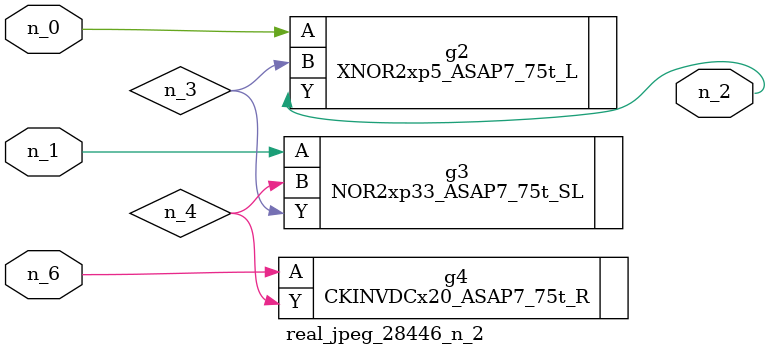
<source format=v>
module real_jpeg_28446_n_2 (n_6, n_1, n_0, n_2);

input n_6;
input n_1;
input n_0;

output n_2;

wire n_4;
wire n_3;

XNOR2xp5_ASAP7_75t_L g2 ( 
.A(n_0),
.B(n_3),
.Y(n_2)
);

NOR2xp33_ASAP7_75t_SL g3 ( 
.A(n_1),
.B(n_4),
.Y(n_3)
);

CKINVDCx20_ASAP7_75t_R g4 ( 
.A(n_6),
.Y(n_4)
);


endmodule
</source>
